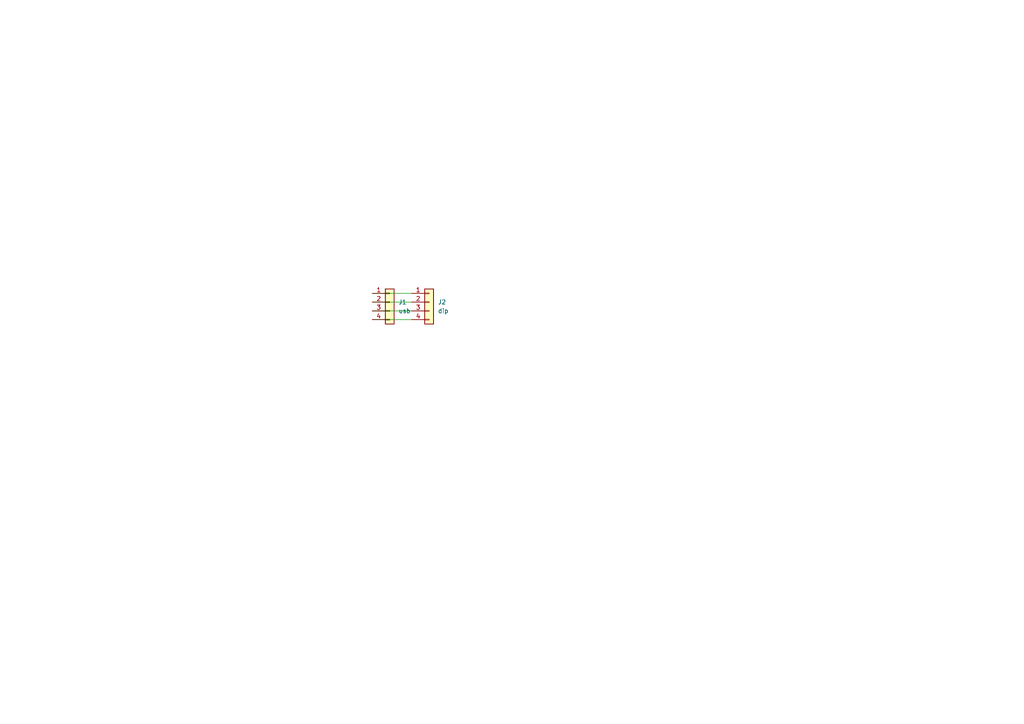
<source format=kicad_sch>
(kicad_sch (version 20230121) (generator eeschema)
  (paper "A4")
  (lib_symbols
    (symbol "Connector_Generic:Conn_01x04" (pin_names (offset 1.016) hide)
      (property "Reference" "J" (at 0 5.08 0))
      (property "Value" "Conn_01x04" (at 0 -7.62 0))
      (symbol "Conn_01x04_1_1"
        (rectangle (start -1.27 -4.953) (end 0 -5.207) (stroke (width 0.1524)))
        (rectangle (start -1.27 -2.413) (end 0 -2.667) (stroke (width 0.1524)))
        (rectangle (start -1.27 0.127) (end 0 -0.127) (stroke (width 0.1524)))
        (rectangle (start -1.27 2.667) (end 0 2.413) (stroke (width 0.1524)))
        (rectangle (start -1.27 3.81) (end 1.27 -6.35) (stroke (width 0.254)) (fill (type background)))
        (pin passive line (at -5.08 2.54 0) (length 3.81) (name "Pin_1") (number "1"))
        (pin passive line (at -5.08 0 0) (length 3.81) (name "Pin_2") (number "2"))
        (pin passive line (at -5.08 -2.54 0) (length 3.81) (name "Pin_3") (number "3"))
        (pin passive line (at -5.08 -5.08 0) (length 3.81) (name "Pin_4") (number "4"))
      )
    )
  )
  (wire (pts (xy 107.95 87.63) (xy 119.38 87.63)))
  (wire (pts (xy 107.95 85.09) (xy 119.38 85.09)))
  (wire (pts (xy 107.95 90.17) (xy 119.38 90.17)))
  (wire (pts (xy 107.95 92.71) (xy 119.38 92.71)))
  (symbol (lib_id "Connector_Generic:Conn_01x04") (at 124.46 87.63 0) (unit 1)
    (property "Reference" "J2" (at 127 87.63 0) (effects (justify left)))
    (property "Value" "dip" (at 127 90.17 0) (effects (justify left)))
    (property "Footprint" "Connector_JST:JST_XA_B04B-XASK-1_1x04_P2.50mm_Vertical" (effects hide))
  )
  (symbol (lib_id "Connector_Generic:Conn_01x04") (at 113.03 87.63 0) (unit 1)
    (property "Reference" "J1" (at 115.57 87.63 0) (effects (justify left)))
    (property "Value" "usb" (at 115.57 90.17 0) (effects (justify left)))
    (property "Footprint" "watanabe_smy:m_usb" (effects hide))
  )
)
</source>
